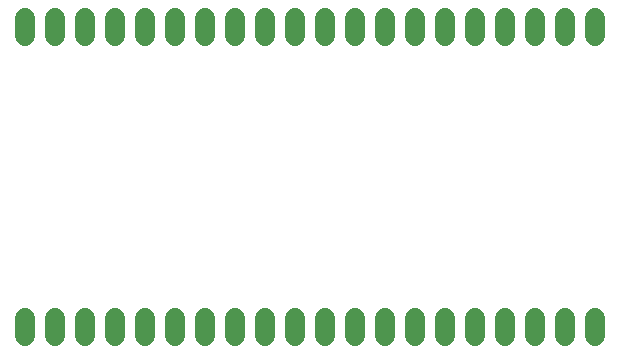
<source format=gbs>
G75*
%MOIN*%
%OFA0B0*%
%FSLAX25Y25*%
%IPPOS*%
%LPD*%
%AMOC8*
5,1,8,0,0,1.08239X$1,22.5*
%
%ADD10C,0.06800*%
D10*
X0011604Y0006300D02*
X0011604Y0012300D01*
X0021604Y0012300D02*
X0021604Y0006300D01*
X0031604Y0006300D02*
X0031604Y0012300D01*
X0041604Y0012300D02*
X0041604Y0006300D01*
X0051604Y0006300D02*
X0051604Y0012300D01*
X0061604Y0012300D02*
X0061604Y0006300D01*
X0071604Y0006300D02*
X0071604Y0012300D01*
X0081604Y0012300D02*
X0081604Y0006300D01*
X0091604Y0006300D02*
X0091604Y0012300D01*
X0101604Y0012300D02*
X0101604Y0006300D01*
X0111604Y0006300D02*
X0111604Y0012300D01*
X0121604Y0012300D02*
X0121604Y0006300D01*
X0131604Y0006300D02*
X0131604Y0012300D01*
X0141604Y0012300D02*
X0141604Y0006300D01*
X0151604Y0006300D02*
X0151604Y0012300D01*
X0161604Y0012300D02*
X0161604Y0006300D01*
X0171604Y0006300D02*
X0171604Y0012300D01*
X0181604Y0012300D02*
X0181604Y0006300D01*
X0191604Y0006300D02*
X0191604Y0012300D01*
X0201604Y0012300D02*
X0201604Y0006300D01*
X0201604Y0106300D02*
X0201604Y0112300D01*
X0191604Y0112300D02*
X0191604Y0106300D01*
X0181604Y0106300D02*
X0181604Y0112300D01*
X0171604Y0112300D02*
X0171604Y0106300D01*
X0161604Y0106300D02*
X0161604Y0112300D01*
X0151604Y0112300D02*
X0151604Y0106300D01*
X0141604Y0106300D02*
X0141604Y0112300D01*
X0131604Y0112300D02*
X0131604Y0106300D01*
X0121604Y0106300D02*
X0121604Y0112300D01*
X0111604Y0112300D02*
X0111604Y0106300D01*
X0101604Y0106300D02*
X0101604Y0112300D01*
X0091604Y0112300D02*
X0091604Y0106300D01*
X0081604Y0106300D02*
X0081604Y0112300D01*
X0071604Y0112300D02*
X0071604Y0106300D01*
X0061604Y0106300D02*
X0061604Y0112300D01*
X0051604Y0112300D02*
X0051604Y0106300D01*
X0041604Y0106300D02*
X0041604Y0112300D01*
X0031604Y0112300D02*
X0031604Y0106300D01*
X0021604Y0106300D02*
X0021604Y0112300D01*
X0011604Y0112300D02*
X0011604Y0106300D01*
M02*

</source>
